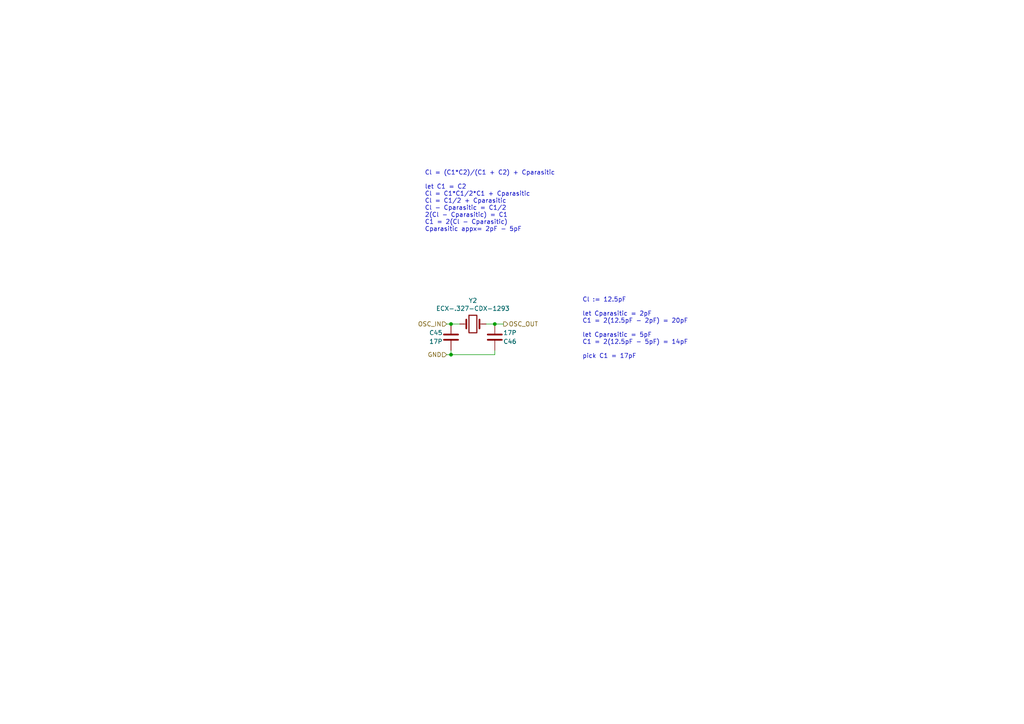
<source format=kicad_sch>
(kicad_sch (version 20211123) (generator eeschema)
  (paper "A4")
  (lib_symbols
    (symbol "Device:C" (pin_numbers hide) (pin_names (offset 0.254))
      (property "Reference" "C" (at 0.635 2.54 0))
      (property "Value" "C" (at 0.635 -2.54 0))
      (symbol "C_0_1"
        (polyline (pts (xy -2.032 -0.762) (xy 2.032 -0.762)) (stroke (width 0.508)))
        (polyline (pts (xy -2.032 0.762) (xy 2.032 0.762)) (stroke (width 0.508)))
      )
      (symbol "C_1_1"
        (pin passive line (at 0 3.81 270) (length 2.794) (name "~") (number "1"))
        (pin passive line (at 0 -3.81 90) (length 2.794) (name "~") (number "2"))
      )
    )
    (symbol "william_crystal:ECX-.327-CDX-1293" (pin_numbers hide) (pin_names (offset 1.016) hide)
      (property "Reference" "Y" (at 0 3.81 0))
      (property "Value" "ECX-.327-CDX-1293" (at 0 -3.81 0))
      (symbol "ECX-.327-CDX-1293_0_1"
        (rectangle (start -1.143 2.54) (end 1.143 -2.54) (stroke (width 0.3048)))
        (polyline (pts (xy -2.54 0) (xy -1.905 0)))
        (polyline (pts (xy -1.905 -1.27) (xy -1.905 1.27)) (stroke (width 0.508)))
        (polyline (pts (xy 1.905 -1.27) (xy 1.905 1.27)) (stroke (width 0.508)))
        (polyline (pts (xy 2.54 0) (xy 1.905 0)))
      )
      (symbol "ECX-.327-CDX-1293_1_1"
        (pin passive line (at -3.81 0 0) (length 1.27) (name "1") (number "1"))
        (pin passive line (at 3.81 0 180) (length 1.27) (name "2") (number "2"))
      )
    )
  )
  (junction (at 130.81 102.87))
  (junction (at 143.51 93.98))
  (junction (at 130.81 93.98))
  (wire (pts (xy 130.81 102.87) (xy 143.51 102.87)))
  (wire (pts (xy 140.97 93.98) (xy 143.51 93.98)))
  (wire (pts (xy 130.81 93.98) (xy 133.35 93.98)))
  (wire (pts (xy 129.54 93.98) (xy 130.81 93.98)))
  (wire (pts (xy 130.81 101.6) (xy 130.81 102.87)))
  (wire (pts (xy 143.51 93.98) (xy 146.05 93.98)))
  (wire (pts (xy 143.51 102.87) (xy 143.51 101.6)))
  (wire (pts (xy 129.54 102.87) (xy 130.81 102.87)))
  (text "Cl := 12.5pF\n\nlet Cparasitic = 2pF\nC1 = 2(12.5pF - 2pF) = 20pF\n\nlet Cparasitic = 5pF\nC1 = 2(12.5pF - 5pF) = 14pF\n\npick C1 = 17pF" (at 168.91 104.14 0) (effects (font (size 1.27 1.27)) (justify left bottom)))
  (text "Cl = (C1*C2)/(C1 + C2) + Cparasitic\n\nlet C1 = C2\nCl = C1*C1/2*C1 + Cparasitic\nCl = C1/2 + Cparasitic\nCl - Cparasitic = C1/2\n2(Cl - Cparasitic) = C1\nC1 = 2(Cl - Cparasitic)\nCparasitic appx= 2pF - 5pF\n" (at 123.19 67.31 0) (effects (font (size 1.27 1.27)) (justify left bottom)))
  (hierarchical_label "GND" (shape input) (at 129.54 102.87 180))
  (hierarchical_label "OSC_IN" (shape input) (at 129.54 93.98 180))
  (hierarchical_label "OSC_OUT" (shape output) (at 146.05 93.98 0))
  (symbol (lib_id "Device:C") (at 130.81 97.79 0) (unit 1)
    (property "Reference" "C45" (at 124.46 96.52 0) (effects (justify left)))
    (property "Value" "17P" (at 124.46 99.06 0) (effects (justify left)))
    (property "Footprint" "Capacitor_SMD:C_0402_1005Metric" (effects hide))
  )
  (symbol (lib_id "william_crystal:ECX-.327-CDX-1293") (at 137.16 93.98 0) (unit 1)
    (property "Reference" "Y2" (at 137.16 87.1728 0))
    (property "Value" "ECX-.327-CDX-1293" (at 137.16 89.4842 0))
    (property "Footprint" "william_crystal:ECX-.327-CDX-1293" (effects hide))
  )
  (symbol (lib_id "Device:C") (at 143.51 97.79 180) (unit 1)
    (property "Reference" "C46" (at 149.86 99.06 0) (effects (justify left)))
    (property "Value" "17P" (at 149.86 96.52 0) (effects (justify left)))
    (property "Footprint" "Capacitor_SMD:C_0402_1005Metric" (effects hide))
  )
)
</source>
